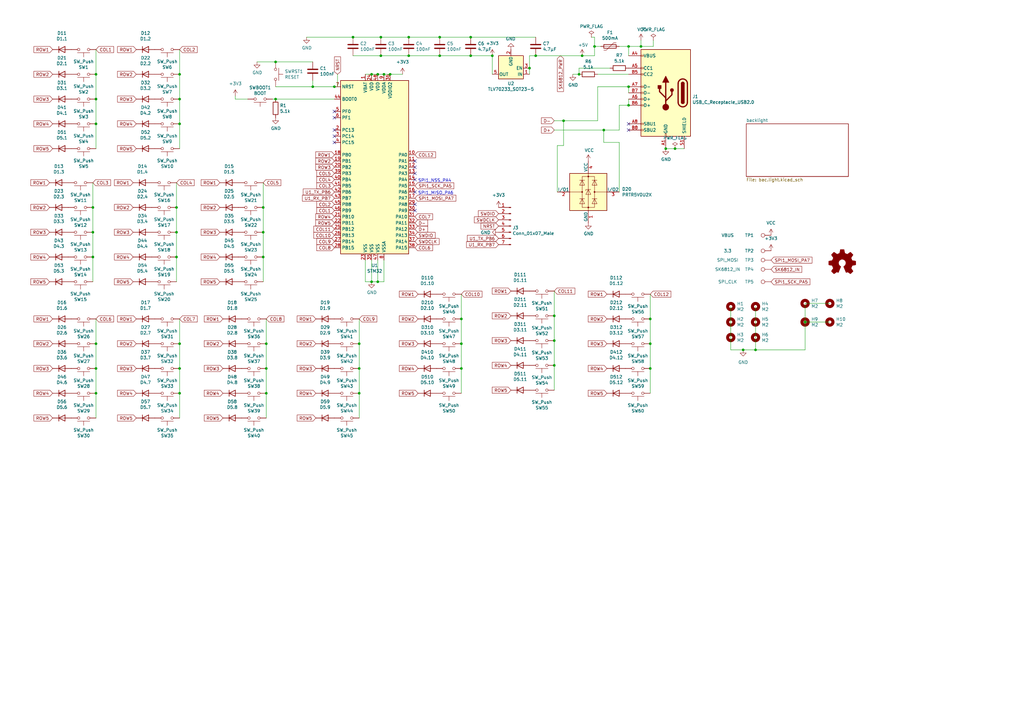
<source format=kicad_sch>
(kicad_sch (version 20211123) (generator eeschema)
  (paper "A3")
  (junction (at 152.4 30.48))
  (junction (at 167.64 15.24))
  (junction (at 167.64 22.86))
  (junction (at 109.22 140.97))
  (junction (at 257.81 35.56))
  (junction (at 201.93 22.86))
  (junction (at 147.32 140.97))
  (junction (at 193.04 22.86))
  (junction (at 266.7 130.81))
  (junction (at 38.1 105.41))
  (junction (at 231.14 49.53))
  (junction (at 107.95 85.09))
  (junction (at 180.34 15.24))
  (junction (at 243.84 19.05))
  (junction (at 73.66 140.97))
  (junction (at 73.66 40.64))
  (junction (at 39.37 140.97))
  (junction (at 39.37 30.48))
  (junction (at 309.88 143.51))
  (junction (at 157.48 30.48))
  (junction (at 113.03 40.64))
  (junction (at 257.81 43.18))
  (junction (at 72.39 85.09))
  (junction (at 107.95 95.25))
  (junction (at 38.1 95.25))
  (junction (at 72.39 105.41))
  (junction (at 160.02 30.48))
  (junction (at 107.95 105.41))
  (junction (at 38.1 85.09))
  (junction (at 39.37 50.8))
  (junction (at 39.37 40.64))
  (junction (at 247.65 53.34))
  (junction (at 237.49 30.48))
  (junction (at 189.23 140.97))
  (junction (at 189.23 130.81))
  (junction (at 262.89 19.05))
  (junction (at 72.39 95.25))
  (junction (at 147.32 151.13))
  (junction (at 227.33 129.54))
  (junction (at 276.86 60.96))
  (junction (at 304.8 143.51))
  (junction (at 189.23 151.13))
  (junction (at 238.76 22.86))
  (junction (at 193.04 15.24))
  (junction (at 128.27 35.56))
  (junction (at 217.17 27.94))
  (junction (at 147.32 161.29))
  (junction (at 156.21 15.24))
  (junction (at 144.78 15.24))
  (junction (at 109.22 151.13))
  (junction (at 266.7 151.13))
  (junction (at 154.94 30.48))
  (junction (at 156.21 22.86))
  (junction (at 39.37 161.29))
  (junction (at 152.4 115.57))
  (junction (at 273.05 60.96))
  (junction (at 266.7 140.97))
  (junction (at 154.94 115.57))
  (junction (at 73.66 161.29))
  (junction (at 227.33 149.86))
  (junction (at 227.33 139.7))
  (junction (at 73.66 30.48))
  (junction (at 113.03 25.4))
  (junction (at 109.22 161.29))
  (junction (at 39.37 151.13))
  (junction (at 330.2 132.08))
  (junction (at 180.34 22.86))
  (junction (at 137.16 35.56))
  (junction (at 73.66 50.8))
  (junction (at 73.66 151.13))
  (junction (at 219.71 22.86))
  (junction (at 257.81 19.05))
  (no_connect (at 257.81 50.8))
  (no_connect (at 137.16 48.26))
  (no_connect (at 170.18 83.82))
  (no_connect (at 170.18 86.36))
  (no_connect (at 170.18 66.04))
  (no_connect (at 170.18 78.74))
  (no_connect (at 170.18 71.12))
  (no_connect (at 170.18 68.58))
  (no_connect (at 137.16 45.72))
  (no_connect (at 137.16 58.42))
  (no_connect (at 137.16 55.88))
  (no_connect (at 170.18 73.66))
  (no_connect (at 257.81 53.34))
  (no_connect (at 137.16 53.34))
  (wire (pts (xy 299.72 125.73) (xy 299.72 143.51)))
  (wire (pts (xy 38.1 105.41) (xy 38.1 115.57)))
  (wire (pts (xy 38.1 95.25) (xy 38.1 105.41)))
  (wire (pts (xy 247.65 53.34) (xy 227.33 53.34)))
  (wire (pts (xy 107.95 95.25) (xy 107.95 105.41)))
  (wire (pts (xy 189.23 151.13) (xy 189.23 161.29)))
  (wire (pts (xy 149.86 30.48) (xy 152.4 30.48)))
  (wire (pts (xy 193.04 15.24) (xy 219.71 15.24)))
  (wire (pts (xy 96.52 40.64) (xy 96.52 39.37)))
  (wire (pts (xy 167.64 15.24) (xy 180.34 15.24)))
  (wire (pts (xy 189.23 130.81) (xy 189.23 140.97)))
  (wire (pts (xy 149.86 106.68) (xy 149.86 115.57)))
  (wire (pts (xy 257.81 19.05) (xy 262.89 19.05)))
  (wire (pts (xy 113.03 40.64) (xy 137.16 40.64)))
  (wire (pts (xy 144.78 15.24) (xy 156.21 15.24)))
  (wire (pts (xy 276.86 60.96) (xy 273.05 60.96)))
  (wire (pts (xy 73.66 30.48) (xy 73.66 40.64)))
  (wire (pts (xy 189.23 140.97) (xy 189.23 151.13)))
  (wire (pts (xy 39.37 30.48) (xy 39.37 40.64)))
  (wire (pts (xy 73.66 151.13) (xy 73.66 161.29)))
  (wire (pts (xy 39.37 140.97) (xy 39.37 151.13)))
  (wire (pts (xy 156.21 22.86) (xy 167.64 22.86)))
  (wire (pts (xy 73.66 20.32) (xy 73.66 30.48)))
  (wire (pts (xy 107.95 105.41) (xy 107.95 115.57)))
  (wire (pts (xy 39.37 151.13) (xy 39.37 161.29)))
  (wire (pts (xy 243.84 19.05) (xy 243.84 22.86)))
  (wire (pts (xy 227.33 149.86) (xy 227.33 160.02)))
  (wire (pts (xy 201.93 30.48) (xy 201.93 22.86)))
  (wire (pts (xy 125.73 15.24) (xy 144.78 15.24)))
  (wire (pts (xy 152.4 30.48) (xy 154.94 30.48)))
  (wire (pts (xy 243.84 15.24) (xy 242.57 15.24)))
  (wire (pts (xy 154.94 106.68) (xy 154.94 115.57)))
  (wire (pts (xy 245.11 35.56) (xy 245.11 49.53)))
  (wire (pts (xy 137.16 35.56) (xy 128.27 35.56)))
  (wire (pts (xy 228.6 78.74) (xy 228.6 59.69)))
  (wire (pts (xy 266.7 140.97) (xy 266.7 151.13)))
  (wire (pts (xy 262.89 19.05) (xy 267.97 19.05)))
  (wire (pts (xy 189.23 120.65) (xy 189.23 130.81)))
  (wire (pts (xy 228.6 59.69) (xy 231.14 59.69)))
  (wire (pts (xy 217.17 22.86) (xy 217.17 27.94)))
  (wire (pts (xy 39.37 40.64) (xy 39.37 50.8)))
  (wire (pts (xy 227.33 139.7) (xy 227.33 149.86)))
  (wire (pts (xy 254 19.05) (xy 257.81 19.05)))
  (wire (pts (xy 247.65 58.42) (xy 247.65 53.34)))
  (wire (pts (xy 237.49 27.94) (xy 237.49 30.48)))
  (wire (pts (xy 38.1 85.09) (xy 38.1 95.25)))
  (wire (pts (xy 330.2 132.08) (xy 330.2 143.51)))
  (wire (pts (xy 39.37 130.81) (xy 39.37 140.97)))
  (wire (pts (xy 243.84 19.05) (xy 243.84 15.24)))
  (wire (pts (xy 147.32 130.81) (xy 147.32 140.97)))
  (wire (pts (xy 154.94 115.57) (xy 152.4 115.57)))
  (wire (pts (xy 245.11 30.48) (xy 257.81 30.48)))
  (wire (pts (xy 180.34 22.86) (xy 193.04 22.86)))
  (wire (pts (xy 280.67 60.96) (xy 276.86 60.96)))
  (wire (pts (xy 257.81 43.18) (xy 254 43.18)))
  (wire (pts (xy 340.36 124.46) (xy 330.2 124.46)))
  (wire (pts (xy 73.66 40.64) (xy 73.66 50.8)))
  (wire (pts (xy 101.6 40.64) (xy 96.52 40.64)))
  (wire (pts (xy 113.03 35.56) (xy 128.27 35.56)))
  (wire (pts (xy 109.22 161.29) (xy 109.22 171.45)))
  (wire (pts (xy 72.39 105.41) (xy 72.39 115.57)))
  (wire (pts (xy 111.76 40.64) (xy 113.03 40.64)))
  (wire (pts (xy 309.88 143.51) (xy 330.2 143.51)))
  (wire (pts (xy 219.71 22.86) (xy 217.17 22.86)))
  (wire (pts (xy 254 53.34) (xy 247.65 53.34)))
  (wire (pts (xy 219.71 22.86) (xy 238.76 22.86)))
  (wire (pts (xy 257.81 22.86) (xy 257.81 19.05)))
  (wire (pts (xy 157.48 30.48) (xy 160.02 30.48)))
  (wire (pts (xy 39.37 20.32) (xy 39.37 30.48)))
  (wire (pts (xy 39.37 161.29) (xy 39.37 171.45)))
  (wire (pts (xy 227.33 119.38) (xy 227.33 129.54)))
  (wire (pts (xy 167.64 22.86) (xy 180.34 22.86)))
  (wire (pts (xy 245.11 49.53) (xy 231.14 49.53)))
  (wire (pts (xy 147.32 161.29) (xy 147.32 171.45)))
  (wire (pts (xy 73.66 140.97) (xy 73.66 151.13)))
  (wire (pts (xy 193.04 22.86) (xy 201.93 22.86)))
  (wire (pts (xy 160.02 30.48) (xy 165.1 30.48)))
  (wire (pts (xy 113.03 25.4) (xy 105.41 25.4)))
  (wire (pts (xy 147.32 151.13) (xy 147.32 161.29)))
  (wire (pts (xy 144.78 22.86) (xy 156.21 22.86)))
  (wire (pts (xy 107.95 74.93) (xy 107.95 85.09)))
  (wire (pts (xy 147.32 140.97) (xy 147.32 151.13)))
  (wire (pts (xy 299.72 143.51) (xy 304.8 143.51)))
  (wire (pts (xy 113.03 25.4) (xy 128.27 25.4)))
  (wire (pts (xy 257.81 40.64) (xy 257.81 43.18)))
  (wire (pts (xy 109.22 140.97) (xy 109.22 151.13)))
  (wire (pts (xy 109.22 130.81) (xy 109.22 140.97)))
  (wire (pts (xy 72.39 85.09) (xy 72.39 95.25)))
  (wire (pts (xy 262.89 19.05) (xy 262.89 16.51)))
  (wire (pts (xy 128.27 35.56) (xy 128.27 33.02)))
  (wire (pts (xy 138.43 30.48) (xy 138.43 35.56)))
  (wire (pts (xy 73.66 130.81) (xy 73.66 140.97)))
  (wire (pts (xy 157.48 106.68) (xy 157.48 115.57)))
  (wire (pts (xy 266.7 151.13) (xy 266.7 161.29)))
  (wire (pts (xy 266.7 120.65) (xy 266.7 130.81)))
  (wire (pts (xy 238.76 22.86) (xy 243.84 22.86)))
  (wire (pts (xy 309.88 125.73) (xy 309.88 143.51)))
  (wire (pts (xy 138.43 35.56) (xy 137.16 35.56)))
  (wire (pts (xy 330.2 124.46) (xy 330.2 132.08)))
  (wire (pts (xy 152.4 106.68) (xy 152.4 115.57)))
  (wire (pts (xy 227.33 129.54) (xy 227.33 139.7)))
  (wire (pts (xy 39.37 50.8) (xy 39.37 60.96)))
  (wire (pts (xy 180.34 15.24) (xy 193.04 15.24)))
  (wire (pts (xy 73.66 50.8) (xy 73.66 60.96)))
  (wire (pts (xy 149.86 115.57) (xy 152.4 115.57)))
  (wire (pts (xy 234.95 30.48) (xy 237.49 30.48)))
  (wire (pts (xy 257.81 35.56) (xy 257.81 38.1)))
  (wire (pts (xy 266.7 130.81) (xy 266.7 140.97)))
  (wire (pts (xy 231.14 49.53) (xy 227.33 49.53)))
  (wire (pts (xy 107.95 85.09) (xy 107.95 95.25)))
  (wire (pts (xy 267.97 19.05) (xy 267.97 16.51)))
  (wire (pts (xy 72.39 95.25) (xy 72.39 105.41)))
  (wire (pts (xy 231.14 59.69) (xy 231.14 49.53)))
  (wire (pts (xy 245.11 35.56) (xy 257.81 35.56)))
  (wire (pts (xy 109.22 151.13) (xy 109.22 161.29)))
  (wire (pts (xy 340.36 132.08) (xy 330.2 132.08)))
  (wire (pts (xy 254 43.18) (xy 254 53.34)))
  (wire (pts (xy 254 78.74) (xy 254 58.42)))
  (wire (pts (xy 254 58.42) (xy 247.65 58.42)))
  (wire (pts (xy 250.19 27.94) (xy 237.49 27.94)))
  (wire (pts (xy 304.8 143.51) (xy 309.88 143.51)))
  (wire (pts (xy 38.1 74.93) (xy 38.1 85.09)))
  (wire (pts (xy 246.38 19.05) (xy 243.84 19.05)))
  (wire (pts (xy 157.48 115.57) (xy 154.94 115.57)))
  (wire (pts (xy 154.94 30.48) (xy 157.48 30.48)))
  (wire (pts (xy 73.66 161.29) (xy 73.66 171.45)))
  (wire (pts (xy 156.21 15.24) (xy 167.64 15.24)))
  (wire (pts (xy 72.39 74.93) (xy 72.39 85.09)))
  (wire (pts (xy 217.17 27.94) (xy 217.17 30.48)))
  (text "SPI1_NSS_PA4" (at 171.45 74.93 0) (effects (font (size 1.27 1.27)) (justify left bottom)))
  (text "SPI1_MISO_PA6" (at 171.45 80.01 0) (effects (font (size 1.27 1.27)) (justify left bottom)))
  (global_label "ROW2" (shape input) (at 54.61 85.09 180) (property "Intersheet References" "${INTERSHEET_REFS}" (effects hide)))
  (global_label "ROW5" (shape input) (at 209.55 160.02 180) (property "Intersheet References" "${INTERSHEET_REFS}" (effects hide)))
  (global_label "ROW1" (shape input) (at 137.16 63.5 180) (property "Intersheet References" "${INTERSHEET_REFS}" (effects hide)))
  (global_label "ROW3" (shape input) (at 209.55 139.7 180) (property "Intersheet References" "${INTERSHEET_REFS}" (effects hide)))
  (global_label "COL7" (shape input) (at 170.18 88.9 0) (property "Intersheet References" "${INTERSHEET_REFS}" (effects hide)))
  (global_label "ROW3" (shape input) (at 91.44 151.13 180) (property "Intersheet References" "${INTERSHEET_REFS}" (effects hide)))
  (global_label "ROW2" (shape input) (at 21.59 140.97 180) (property "Intersheet References" "${INTERSHEET_REFS}" (effects hide)))
  (global_label "ROW5" (shape input) (at 21.59 171.45 180) (property "Intersheet References" "${INTERSHEET_REFS}" (effects hide)))
  (global_label "ROW1" (shape input) (at 20.32 74.93 180) (property "Intersheet References" "${INTERSHEET_REFS}" (effects hide)))
  (global_label "COL1" (shape input) (at 137.16 86.36 180) (property "Intersheet References" "${INTERSHEET_REFS}" (effects hide)))
  (global_label "ROW3" (shape input) (at 55.88 151.13 180) (property "Intersheet References" "${INTERSHEET_REFS}" (effects hide)))
  (global_label "COL3" (shape input) (at 137.16 76.2 180) (property "Intersheet References" "${INTERSHEET_REFS}" (effects hide)))
  (global_label "ROW5" (shape input) (at 171.45 161.29 180) (property "Intersheet References" "${INTERSHEET_REFS}" (effects hide)))
  (global_label "COL11" (shape input) (at 137.16 93.98 180) (property "Intersheet References" "${INTERSHEET_REFS}" (effects hide)))
  (global_label "ROW1" (shape input) (at 209.55 119.38 180) (property "Intersheet References" "${INTERSHEET_REFS}" (effects hide)))
  (global_label "SPI1_MOSI_PA7" (shape input) (at 316.23 106.68 0) (property "Intersheet References" "${INTERSHEET_REFS}" (effects hide)))
  (global_label "COL11" (shape input) (at 227.33 119.38 0) (property "Intersheet References" "${INTERSHEET_REFS}" (effects hide)))
  (global_label "ROW3" (shape input) (at 54.61 95.25 180) (property "Intersheet References" "${INTERSHEET_REFS}" (effects hide)))
  (global_label "ROW4" (shape input) (at 129.54 161.29 180) (property "Intersheet References" "${INTERSHEET_REFS}" (effects hide)))
  (global_label "ROW5" (shape input) (at 55.88 171.45 180) (property "Intersheet References" "${INTERSHEET_REFS}" (effects hide)))
  (global_label "COL12" (shape input) (at 170.18 63.5 0) (property "Intersheet References" "${INTERSHEET_REFS}" (effects hide)))
  (global_label "COL5" (shape input) (at 107.95 74.93 0) (property "Intersheet References" "${INTERSHEET_REFS}" (effects hide)))
  (global_label "ROW1" (shape input) (at 129.54 130.81 180) (property "Intersheet References" "${INTERSHEET_REFS}" (effects hide)))
  (global_label "COL8" (shape input) (at 109.22 130.81 0) (property "Intersheet References" "${INTERSHEET_REFS}" (effects hide)))
  (global_label "ROW3" (shape input) (at 137.16 68.58 180) (property "Intersheet References" "${INTERSHEET_REFS}" (effects hide)))
  (global_label "SPI1_SCK_PA5" (shape input) (at 170.18 76.2 0) (property "Intersheet References" "${INTERSHEET_REFS}" (effects hide)))
  (global_label "ROW4" (shape input) (at 21.59 161.29 180) (property "Intersheet References" "${INTERSHEET_REFS}" (effects hide)))
  (global_label "SPI1_MOSI_PA7" (shape input) (at 170.18 81.28 0) (property "Intersheet References" "${INTERSHEET_REFS}" (effects hide)))
  (global_label "ROW1" (shape input) (at 171.45 120.65 180) (property "Intersheet References" "${INTERSHEET_REFS}" (effects hide)))
  (global_label "ROW5" (shape input) (at 55.88 60.96 180) (property "Intersheet References" "${INTERSHEET_REFS}" (effects hide)))
  (global_label "ROW3" (shape input) (at 21.59 40.64 180) (property "Intersheet References" "${INTERSHEET_REFS}" (effects hide)))
  (global_label "ROW2" (shape input) (at 129.54 140.97 180) (property "Intersheet References" "${INTERSHEET_REFS}" (effects hide)))
  (global_label "ROW4" (shape input) (at 55.88 161.29 180) (property "Intersheet References" "${INTERSHEET_REFS}" (effects hide)))
  (global_label "ROW4" (shape input) (at 90.17 105.41 180) (property "Intersheet References" "${INTERSHEET_REFS}" (effects hide)))
  (global_label "U1_TX_PB6" (shape input) (at 204.47 97.79 180) (property "Intersheet References" "${INTERSHEET_REFS}" (effects hide)))
  (global_label "ROW3" (shape input) (at 20.32 95.25 180) (property "Intersheet References" "${INTERSHEET_REFS}" (effects hide)))
  (global_label "ROW5" (shape input) (at 129.54 171.45 180) (property "Intersheet References" "${INTERSHEET_REFS}" (effects hide)))
  (global_label "D+" (shape input) (at 170.18 93.98 0) (property "Intersheet References" "${INTERSHEET_REFS}" (effects hide)))
  (global_label "COL2" (shape input) (at 137.16 83.82 180) (property "Intersheet References" "${INTERSHEET_REFS}" (effects hide)))
  (global_label "D+" (shape input) (at 227.33 53.34 180) (property "Intersheet References" "${INTERSHEET_REFS}" (effects hide)))
  (global_label "ROW1" (shape input) (at 21.59 130.81 180) (property "Intersheet References" "${INTERSHEET_REFS}" (effects hide)))
  (global_label "COL10" (shape input) (at 189.23 120.65 0) (property "Intersheet References" "${INTERSHEET_REFS}" (effects hide)))
  (global_label "U1_TX_PB6" (shape input) (at 137.16 78.74 180) (property "Intersheet References" "${INTERSHEET_REFS}" (effects hide)))
  (global_label "ROW5" (shape input) (at 90.17 115.57 180) (property "Intersheet References" "${INTERSHEET_REFS}" (effects hide)))
  (global_label "ROW3" (shape input) (at 129.54 151.13 180) (property "Intersheet References" "${INTERSHEET_REFS}" (effects hide)))
  (global_label "COL9" (shape input) (at 147.32 130.81 0) (property "Intersheet References" "${INTERSHEET_REFS}" (effects hide)))
  (global_label "ROW4" (shape input) (at 171.45 151.13 180) (property "Intersheet References" "${INTERSHEET_REFS}" (effects hide)))
  (global_label "COL6" (shape input) (at 170.18 101.6 0) (property "Intersheet References" "${INTERSHEET_REFS}" (effects hide)))
  (global_label "ROW5" (shape input) (at 20.32 115.57 180) (property "Intersheet References" "${INTERSHEET_REFS}" (effects hide)))
  (global_label "ROW5" (shape input) (at 91.44 171.45 180) (property "Intersheet References" "${INTERSHEET_REFS}" (effects hide)))
  (global_label "ROW2" (shape input) (at 91.44 140.97 180) (property "Intersheet References" "${INTERSHEET_REFS}" (effects hide)))
  (global_label "ROW4" (shape input) (at 20.32 105.41 180) (property "Intersheet References" "${INTERSHEET_REFS}" (effects hide)))
  (global_label "COL5" (shape input) (at 137.16 71.12 180) (property "Intersheet References" "${INTERSHEET_REFS}" (effects hide)))
  (global_label "D-" (shape input) (at 227.33 49.53 180) (property "Intersheet References" "${INTERSHEET_REFS}" (effects hide)))
  (global_label "D-" (shape input) (at 170.18 91.44 0) (property "Intersheet References" "${INTERSHEET_REFS}" (effects hide)))
  (global_label "ROW2" (shape input) (at 248.92 130.81 180) (property "Intersheet References" "${INTERSHEET_REFS}" (effects hide)))
  (global_label "ROW5" (shape input) (at 248.92 161.29 180) (property "Intersheet References" "${INTERSHEET_REFS}" (effects hide)))
  (global_label "ROW2" (shape input) (at 21.59 30.48 180) (property "Intersheet References" "${INTERSHEET_REFS}" (effects hide)))
  (global_label "ROW2" (shape input) (at 209.55 129.54 180) (property "Intersheet References" "${INTERSHEET_REFS}" (effects hide)))
  (global_label "COL9" (shape input) (at 137.16 99.06 180) (property "Intersheet References" "${INTERSHEET_REFS}" (effects hide)))
  (global_label "ROW4" (shape input) (at 54.61 105.41 180) (property "Intersheet References" "${INTERSHEET_REFS}" (effects hide)))
  (global_label "SWDCLK" (shape input) (at 170.18 99.06 0) (property "Intersheet References" "${INTERSHEET_REFS}" (effects hide)))
  (global_label "NRST" (shape input) (at 138.43 30.48 90) (property "Intersheet References" "${INTERSHEET_REFS}" (effects hide)))
  (global_label "SPI1_SCK_PA5" (shape input) (at 316.23 115.57 0) (property "Intersheet References" "${INTERSHEET_REFS}" (effects hide)))
  (global_label "ROW3" (shape input) (at 55.88 40.64 180) (property "Intersheet References" "${INTERSHEET_REFS}" (effects hide)))
  (global_label "COL6" (shape input) (at 39.37 130.81 0) (property "Intersheet References" "${INTERSHEET_REFS}" (effects hide)))
  (global_label "ROW1" (shape input) (at 90.17 74.93 180) (property "Intersheet References" "${INTERSHEET_REFS}" (effects hide)))
  (global_label "ROW1" (shape input) (at 91.44 130.81 180) (property "Intersheet References" "${INTERSHEET_REFS}" (effects hide)))
  (global_label "ROW3" (shape input) (at 171.45 140.97 180) (property "Intersheet References" "${INTERSHEET_REFS}" (effects hide)))
  (global_label "ROW4" (shape input) (at 248.92 151.13 180) (property "Intersheet References" "${INTERSHEET_REFS}" (effects hide)))
  (global_label "ROW1" (shape input) (at 55.88 130.81 180) (property "Intersheet References" "${INTERSHEET_REFS}" (effects hide)))
  (global_label "ROW2" (shape input) (at 171.45 130.81 180) (property "Intersheet References" "${INTERSHEET_REFS}" (effects hide)))
  (global_label "SWDCLK" (shape input) (at 204.47 90.17 180) (property "Intersheet References" "${INTERSHEET_REFS}" (effects hide)))
  (global_label "U1_RX_PB7" (shape input) (at 204.47 100.33 180) (property "Intersheet References" "${INTERSHEET_REFS}" (effects hide)))
  (global_label "ROW2" (shape input) (at 55.88 140.97 180) (property "Intersheet References" "${INTERSHEET_REFS}" (effects hide)))
  (global_label "ROW2" (shape input) (at 20.32 85.09 180) (property "Intersheet References" "${INTERSHEET_REFS}" (effects hide)))
  (global_label "COL2" (shape input) (at 73.66 20.32 0) (property "Intersheet References" "${INTERSHEET_REFS}" (effects hide)))
  (global_label "NRST" (shape input) (at 204.47 92.71 180) (property "Intersheet References" "${INTERSHEET_REFS}" (effects hide)))
  (global_label "SWDIO" (shape input) (at 170.18 96.52 0) (property "Intersheet References" "${INTERSHEET_REFS}" (effects hide)))
  (global_label "SWDIO" (shape input) (at 204.47 87.63 180) (property "Intersheet References" "${INTERSHEET_REFS}" (effects hide)))
  (global_label "ROW1" (shape input) (at 54.61 74.93 180) (property "Intersheet References" "${INTERSHEET_REFS}" (effects hide)))
  (global_label "ROW5" (shape input) (at 137.16 91.44 180) (property "Intersheet References" "${INTERSHEET_REFS}" (effects hide)))
  (global_label "ROW5" (shape input) (at 21.59 60.96 180) (property "Intersheet References" "${INTERSHEET_REFS}" (effects hide)))
  (global_label "ROW2" (shape input) (at 90.17 85.09 180) (property "Intersheet References" "${INTERSHEET_REFS}" (effects hide)))
  (global_label "ROW3" (shape input) (at 248.92 140.97 180) (property "Intersheet References" "${INTERSHEET_REFS}" (effects hide)))
  (global_label "ROW1" (shape input) (at 21.59 20.32 180) (property "Intersheet References" "${INTERSHEET_REFS}" (effects hide)))
  (global_label "SK6812_IN" (shape input) (at 316.23 110.49 0) (property "Intersheet References" "${INTERSHEET_REFS}" (effects hide)))
  (global_label "ROW4" (shape input) (at 91.44 161.29 180) (property "Intersheet References" "${INTERSHEET_REFS}" (effects hide)))
  (global_label "COL4" (shape input) (at 72.39 74.93 0) (property "Intersheet References" "${INTERSHEET_REFS}" (effects hide)))
  (global_label "U1_RX_PB7" (shape input) (at 137.16 81.28 180) (property "Intersheet References" "${INTERSHEET_REFS}" (effects hide)))
  (global_label "ROW3" (shape input) (at 90.17 95.25 180) (property "Intersheet References" "${INTERSHEET_REFS}" (effects hide)))
  (global_label "COL7" (shape input) (at 73.66 130.81 0) (property "Intersheet References" "${INTERSHEET_REFS}" (effects hide)))
  (global_label "ROW4" (shape input) (at 21.59 50.8 180) (property "Intersheet References" "${INTERSHEET_REFS}" (effects hide)))
  (global_label "COL1" (shape input) (at 39.37 20.32 0) (property "Intersheet References" "${INTERSHEET_REFS}" (effects hide)))
  (global_label "COL8" (shape input) (at 137.16 101.6 180) (property "Intersheet References" "${INTERSHEET_REFS}" (effects hide)))
  (global_label "SK6812_PWR" (shape input) (at 229.87 22.86 270) (property "Intersheet References" "${INTERSHEET_REFS}" (effects hide)))
  (global_label "ROW4" (shape input) (at 209.55 149.86 180) (property "Intersheet References" "${INTERSHEET_REFS}" (effects hide)))
  (global_label "ROW1" (shape input) (at 55.88 20.32 180) (property "Intersheet References" "${INTERSHEET_REFS}" (effects hide)))
  (global_label "COL3" (shape input) (at 38.1 74.93 0) (property "Intersheet References" "${INTERSHEET_REFS}" (effects hide)))
  (global_label "COL4" (shape input) (at 137.16 73.66 180) (property "Intersheet References" "${INTERSHEET_REFS}" (effects hide)))
  (global_label "ROW1" (shape input) (at 248.92 120.65 180) (property "Intersheet References" "${INTERSHEET_REFS}" (effects hide)))
  (global_label "ROW4" (shape input) (at 55.88 50.8 180) (property "Intersheet References" "${INTERSHEET_REFS}" (effects hide)))
  (global_label "COL10" (shape input) (at 137.16 96.52 180) (property "Intersheet References" "${INTERSHEET_REFS}" (effects hide)))
  (global_label "ROW3" (shape input) (at 21.59 151.13 180) (property "Intersheet References" "${INTERSHEET_REFS}" (effects hide)))
  (global_label "COL12" (shape input) (at 266.7 120.65 0) (property "Intersheet References" "${INTERSHEET_REFS}" (effects hide)))
  (global_label "ROW2" (shape input) (at 55.88 30.48 180) (property "Intersheet References" "${INTERSHEET_REFS}" (effects hide)))
  (global_label "ROW2" (shape input) (at 137.16 66.04 180) (property "Intersheet References" "${INTERSHEET_REFS}" (effects hide)))
  (global_label "ROW5" (shape input) (at 54.61 115.57 180) (property "Intersheet References" "${INTERSHEET_REFS}" (effects hide)))
  (global_label "ROW4" (shape input) (at 137.16 88.9 180) (property "Intersheet References" "${INTERSHEET_REFS}" (effects hide)))
  (symbol (lib_id "MCU_ST_STM32F0:STM32F072C8Tx") (at 154.94 68.58 0) (unit 1)
    (property "Reference" "U1" (at 153.67 108.8644 0))
    (property "Value" "STM32" (at 153.67 111.1758 0))
    (property "Footprint" "Package_QFP:LQFP-48_7x7mm_P0.5mm" (effects hide))
    (property "Datasheet" "http://www.st.com/st-web-ui/static/active/en/resource/technical/document/datasheet/DM00090510.pdf" (effects hide))
  )
  (symbol (lib_id "Device:C") (at 144.78 19.05 0) (unit 1)
    (property "Reference" "C2" (at 147.701 17.8816 0) (effects (justify left)))
    (property "Value" "100nF" (at 147.701 20.193 0) (effects (justify left)))
    (property "Footprint" "Capacitor_SMD:C_0805_2012Metric_Pad1.15x1.40mm_HandSolder" (effects hide))
  )
  (symbol (lib_id "Device:C") (at 156.21 19.05 0) (unit 1)
    (property "Reference" "C3" (at 159.131 17.8816 0) (effects (justify left)))
    (property "Value" "100nF" (at 159.131 20.193 0) (effects (justify left)))
    (property "Footprint" "Capacitor_SMD:C_0805_2012Metric_Pad1.15x1.40mm_HandSolder" (effects hide))
  )
  (symbol (lib_id "Device:C") (at 167.64 19.05 0) (unit 1)
    (property "Reference" "C4" (at 170.561 17.8816 0) (effects (justify left)))
    (property "Value" "100nF" (at 170.561 20.193 0) (effects (justify left)))
    (property "Footprint" "Capacitor_SMD:C_0805_2012Metric_Pad1.15x1.40mm_HandSolder" (effects hide))
  )
  (symbol (lib_id "Device:C") (at 180.34 19.05 0) (unit 1)
    (property "Reference" "C5" (at 183.261 17.8816 0) (effects (justify left)))
    (property "Value" "100nF" (at 183.261 20.193 0) (effects (justify left)))
    (property "Footprint" "Capacitor_SMD:C_0805_2012Metric_Pad1.15x1.40mm_HandSolder" (effects hide))
  )
  (symbol (lib_id "Device:C") (at 219.71 19.05 0) (unit 1)
    (property "Reference" "C7" (at 222.631 17.8816 0) (effects (justify left)))
    (property "Value" "4.7µF" (at 222.631 20.193 0) (effects (justify left)))
    (property "Footprint" "Capacitor_SMD:C_0805_2012Metric_Pad1.15x1.40mm_HandSolder" (effects hide))
  )
  (symbol (lib_id "power:GND") (at 152.4 115.57 0) (unit 1)
    (property "Reference" "#PWR0101" (effects hide))
    (property "Value" "GND" (at 152.527 119.9642 0))
  )
  (symbol (lib_id "power:GND") (at 125.73 15.24 0) (unit 1)
    (property "Reference" "#PWR0102" (effects hide))
    (property "Value" "GND" (at 125.857 19.6342 0))
  )
  (symbol (lib_id "Device:C") (at 128.27 29.21 0) (unit 1)
    (property "Reference" "C1" (at 131.191 28.0416 0) (effects (justify left)))
    (property "Value" "100nF" (at 131.191 30.353 0) (effects (justify left)))
    (property "Footprint" "Capacitor_SMD:C_0805_2012Metric_Pad1.15x1.40mm_HandSolder" (effects hide))
  )
  (symbol (lib_id "Switch:SW_Push") (at 113.03 30.48 270) (unit 1)
    (property "Reference" "SWRST1" (at 116.7892 29.3116 90) (effects (justify left)))
    (property "Value" "RESET" (at 116.7892 31.623 90) (effects (justify left)))
    (property "Footprint" "Button_Switch_SMD:SW_SPST_CK_RS282G05A3" (effects hide))
  )
  (symbol (lib_id "power:GND") (at 105.41 25.4 0) (unit 1)
    (property "Reference" "#PWR0103" (effects hide))
    (property "Value" "GND" (at 105.537 29.7942 0))
  )
  (symbol (lib_id "Switch:SW_Push") (at 106.68 40.64 180) (unit 1)
    (property "Reference" "SWBOOT1" (at 106.68 35.941 0))
    (property "Value" "BOOT" (at 106.68 38.2524 0))
    (property "Footprint" "Button_Switch_SMD:SW_SPST_CK_RS282G05A3" (effects hide))
  )
  (symbol (lib_id "Device:R") (at 113.03 44.45 0) (unit 1)
    (property "Reference" "R1" (at 114.808 43.2816 0) (effects (justify left)))
    (property "Value" "5.1k" (at 114.808 45.593 0) (effects (justify left)))
    (property "Footprint" "Resistor_SMD:R_0805_2012Metric_Pad1.15x1.40mm_HandSolder" (effects hide))
  )
  (symbol (lib_id "power:GND") (at 113.03 48.26 0) (unit 1)
    (property "Reference" "#PWR0104" (effects hide))
    (property "Value" "GND" (at 113.157 52.6542 0))
  )
  (symbol (lib_id "power:GND") (at 273.05 60.96 0) (unit 1)
    (property "Reference" "#PWR0105" (effects hide))
    (property "Value" "GND" (at 273.177 65.3542 0))
  )
  (symbol (lib_id "Device:R") (at 254 27.94 270) (unit 1)
    (property "Reference" "R7" (at 254 22.6822 90))
    (property "Value" "5.1k" (at 254 24.9936 90))
    (property "Footprint" "Resistor_SMD:R_0805_2012Metric_Pad1.15x1.40mm_HandSolder" (effects hide))
  )
  (symbol (lib_id "Device:R") (at 241.3 30.48 270) (mirror x) (unit 1)
    (property "Reference" "R6" (at 241.3 25.2222 90))
    (property "Value" "5.1k" (at 241.3 27.5336 90))
    (property "Footprint" "Resistor_SMD:R_0805_2012Metric_Pad1.15x1.40mm_HandSolder" (effects hide))
  )
  (symbol (lib_id "power:GND") (at 234.95 30.48 0) (unit 1)
    (property "Reference" "#PWR0106" (effects hide))
    (property "Value" "GND" (at 235.077 34.8742 0))
  )
  (symbol (lib_id "Device:C") (at 193.04 19.05 0) (unit 1)
    (property "Reference" "C6" (at 195.961 17.8816 0) (effects (justify left)))
    (property "Value" "4.7µF" (at 195.961 20.193 0) (effects (justify left)))
    (property "Footprint" "Capacitor_SMD:C_0805_2012Metric_Pad1.15x1.40mm_HandSolder" (effects hide))
  )
  (symbol (lib_id "Connector:USB_C_Receptacle_USB2.0") (at 273.05 38.1 0) (mirror y) (unit 1)
    (property "Reference" "J1" (at 283.972 39.5986 0) (effects (justify right)))
    (property "Value" "USB_C_Receptacle_USB2.0" (at 283.972 41.91 0) (effects (justify right)))
    (property "Footprint" "kicad-usb:USB_C_Receptacle_HRO_TYPE-C-31-M-12" (effects hide))
    (property "Datasheet" "https://www.usb.org/sites/default/files/documents/usb_type-c.zip" (effects hide))
  )
  (symbol (lib_id "Connector:Conn_01x07_Male") (at 209.55 92.71 0) (mirror y) (unit 1)
    (property "Reference" "J3" (at 210.2358 93.3958 0) (effects (justify right)))
    (property "Value" "Conn_01x07_Male" (at 210.2358 95.7072 0) (effects (justify right)))
    (property "Footprint" "kicad-harwin:Harwin_M20-89007xx_1x07_P2.54mm_Horizontal" (effects hide))
  )
  (symbol (lib_id "power:GND") (at 204.47 95.25 270) (unit 1)
    (property "Reference" "#PWR0109" (effects hide))
    (property "Value" "GND" (at 201.2188 95.377 90) (effects (justify right)))
  )
  (symbol (lib_id "Switch:SW_Push") (at 34.29 20.32 180) (unit 1)
    (property "Reference" "SW1" (at 34.29 27.559 0))
    (property "Value" "SW_Push" (at 34.29 25.2476 0))
    (property "Footprint" "custom:CherryMX_Hotswap" (effects hide))
  )
  (symbol (lib_id "Diode:1N4148WS") (at 25.4 20.32 0) (unit 1)
    (property "Reference" "D11" (at 25.4 13.589 0))
    (property "Value" "D1.1" (at 25.4 15.9004 0))
    (property "Footprint" "Diode_SMD:D_SOD-323" (effects hide))
  )
  (symbol (lib_id "Switch:SW_Push") (at 34.29 30.48 180) (unit 1)
    (property "Reference" "SW2" (at 34.29 37.719 0))
    (property "Value" "SW_Push" (at 34.29 35.4076 0))
    (property "Footprint" "custom:CherryMX_Hotswap" (effects hide))
  )
  (symbol (lib_id "Diode:1N4148WS") (at 25.4 30.48 0) (unit 1)
    (property "Reference" "D21" (at 25.4 23.749 0))
    (property "Value" "D2.1" (at 25.4 26.0604 0))
    (property "Footprint" "Diode_SMD:D_SOD-323" (effects hide))
  )
  (symbol (lib_id "Switch:SW_Push") (at 34.29 50.8 180) (unit 1)
    (property "Reference" "SW4" (at 34.29 58.039 0))
    (property "Value" "SW_Push" (at 34.29 55.7276 0))
    (property "Footprint" "custom:CherryMX_Hotswap" (effects hide))
  )
  (symbol (lib_id "Diode:1N4148WS") (at 25.4 50.8 0) (unit 1)
    (property "Reference" "D41" (at 25.4 44.069 0))
    (property "Value" "D4.1" (at 25.4 46.3804 0))
    (property "Footprint" "Diode_SMD:D_SOD-323" (effects hide))
  )
  (symbol (lib_id "Switch:SW_Push") (at 34.29 40.64 180) (unit 1)
    (property "Reference" "SW3" (at 34.29 47.879 0))
    (property "Value" "SW_Push" (at 34.29 45.5676 0))
    (property "Footprint" "custom:CherryMX_Hotswap" (effects hide))
  )
  (symbol (lib_id "Diode:1N4148WS") (at 25.4 40.64 0) (unit 1)
    (property "Reference" "D31" (at 25.4 33.909 0))
    (property "Value" "D3.1" (at 25.4 36.2204 0))
    (property "Footprint" "Diode_SMD:D_SOD-323" (effects hide))
  )
  (symbol (lib_id "power:PWR_FLAG") (at 276.86 60.96 0) (unit 1)
    (property "Reference" "#FLG0102" (effects hide))
    (property "Value" "PWR_FLAG" (at 276.86 56.5658 0))
  )
  (symbol (lib_id "Device:Polyfuse") (at 250.19 19.05 270) (unit 1)
    (property "Reference" "F1" (at 250.19 13.335 90))
    (property "Value" "500mA" (at 250.19 15.6464 90))
    (property "Footprint" "Resistor_SMD:R_0805_2012Metric_Pad1.15x1.40mm_HandSolder" (effects hide))
  )
  (symbol (lib_id "power:+5V") (at 238.76 22.86 0) (unit 1)
    (property "Reference" "#PWR0108" (effects hide))
    (property "Value" "+5V" (at 239.141 18.4658 0))
  )
  (symbol (lib_id "power:PWR_FLAG") (at 242.57 15.24 0) (unit 1)
    (property "Reference" "#FLG0101" (effects hide))
    (property "Value" "PWR_FLAG" (at 242.57 10.8458 0))
  )
  (symbol (lib_id "Switch:SW_Push") (at 34.29 60.96 180) (unit 1)
    (property "Reference" "SW5" (at 34.29 68.199 0))
    (property "Value" "SW_Push" (at 34.29 65.8876 0))
    (property "Footprint" "custom:CherryMX_Hotswap" (effects hide))
  )
  (symbol (lib_id "Diode:1N4148WS") (at 25.4 60.96 0) (unit 1)
    (property "Reference" "D51" (at 25.4 54.229 0))
    (property "Value" "D5.1" (at 25.4 56.5404 0))
    (property "Footprint" "Diode_SMD:D_SOD-323" (effects hide))
  )
  (symbol (lib_id "Switch:SW_Push") (at 68.58 20.32 180) (unit 1)
    (property "Reference" "SW6" (at 68.58 27.559 0))
    (property "Value" "SW_Push" (at 68.58 25.2476 0))
    (property "Footprint" "custom:CherryMX_Hotswap" (effects hide))
  )
  (symbol (lib_id "Diode:1N4148WS") (at 59.69 20.32 0) (unit 1)
    (property "Reference" "D12" (at 59.69 13.589 0))
    (property "Value" "D1.2" (at 59.69 15.9004 0))
    (property "Footprint" "Diode_SMD:D_SOD-323" (effects hide))
  )
  (symbol (lib_id "Switch:SW_Push") (at 68.58 30.48 180) (unit 1)
    (property "Reference" "SW7" (at 68.58 37.719 0))
    (property "Value" "SW_Push" (at 68.58 35.4076 0))
    (property "Footprint" "custom:CherryMX_Hotswap" (effects hide))
  )
  (symbol (lib_id "Diode:1N4148WS") (at 59.69 30.48 0) (unit 1)
    (property "Reference" "D22" (at 59.69 23.749 0))
    (property "Value" "D2.2" (at 59.69 26.0604 0))
    (property "Footprint" "Diode_SMD:D_SOD-323" (effects hide))
  )
  (symbol (lib_id "Switch:SW_Push") (at 68.58 50.8 180) (unit 1)
    (property "Reference" "SW9" (at 68.58 58.039 0))
    (property "Value" "SW_Push" (at 68.58 55.7276 0))
    (property "Footprint" "custom:CherryMX_Hotswap" (effects hide))
  )
  (symbol (lib_id "Diode:1N4148WS") (at 59.69 50.8 0) (unit 1)
    (property "Reference" "D42" (at 59.69 44.069 0))
    (property "Value" "D4.2" (at 59.69 46.3804 0))
    (property "Footprint" "Diode_SMD:D_SOD-323" (effects hide))
  )
  (symbol (lib_id "Switch:SW_Push") (at 68.58 40.64 180) (unit 1)
    (property "Reference" "SW8" (at 68.58 47.879 0))
    (property "Value" "SW_Push" (at 68.58 45.5676 0))
    (property "Footprint" "custom:CherryMX_Hotswap" (effects hide))
  )
  (symbol (lib_id "Diode:1N4148WS") (at 59.69 40.64 0) (unit 1)
    (property "Reference" "D32" (at 59.69 33.909 0))
    (property "Value" "D3.2" (at 59.69 36.2204 0))
    (property "Footprint" "Diode_SMD:D_SOD-323" (effects hide))
  )
  (symbol (lib_id "Switch:SW_Push") (at 68.58 60.96 180) (unit 1)
    (property "Reference" "SW10" (at 68.58 68.199 0))
    (property "Value" "SW_Push" (at 68.58 65.8876 0))
    (property "Footprint" "custom:CherryMX_Hotswap" (effects hide))
  )
  (symbol (lib_id "Diode:1N4148WS") (at 59.69 60.96 0) (unit 1)
    (property "Reference" "D52" (at 59.69 54.229 0))
    (property "Value" "D5.2" (at 59.69 56.5404 0))
    (property "Footprint" "Diode_SMD:D_SOD-323" (effects hide))
  )
  (symbol (lib_id "Switch:SW_Push") (at 33.02 74.93 180) (unit 1)
    (property "Reference" "SW11" (at 33.02 82.169 0))
    (property "Value" "SW_Push" (at 33.02 79.8576 0))
    (property "Footprint" "custom:CherryMX_Hotswap" (effects hide))
  )
  (symbol (lib_id "Diode:1N4148WS") (at 24.13 74.93 0) (unit 1)
    (property "Reference" "D13" (at 24.13 68.199 0))
    (property "Value" "D1.3" (at 24.13 70.5104 0))
    (property "Footprint" "Diode_SMD:D_SOD-323" (effects hide))
  )
  (symbol (lib_id "Switch:SW_Push") (at 33.02 85.09 180) (unit 1)
    (property "Reference" "SW12" (at 33.02 92.329 0))
    (property "Value" "SW_Push" (at 33.02 90.0176 0))
    (property "Footprint" "custom:CherryMX_Hotswap" (effects hide))
  )
  (symbol (lib_id "Diode:1N4148WS") (at 24.13 85.09 0) (unit 1)
    (property "Reference" "D23" (at 24.13 78.359 0))
    (property "Value" "D2.3" (at 24.13 80.6704 0))
    (property "Footprint" "Diode_SMD:D_SOD-323" (effects hide))
  )
  (symbol (lib_id "Switch:SW_Push") (at 33.02 105.41 180) (unit 1)
    (property "Reference" "SW14" (at 33.02 112.649 0))
    (property "Value" "SW_Push" (at 33.02 110.3376 0))
    (property "Footprint" "custom:CherryMX_Hotswap" (effects hide))
  )
  (symbol (lib_id "Diode:1N4148WS") (at 24.13 105.41 0) (unit 1)
    (property "Reference" "D43" (at 24.13 98.679 0))
    (property "Value" "D4.3" (at 24.13 100.9904 0))
    (property "Footprint" "Diode_SMD:D_SOD-323" (effects hide))
  )
  (symbol (lib_id "Switch:SW_Push") (at 33.02 95.25 180) (unit 1)
    (property "Reference" "SW13" (at 33.02 102.489 0))
    (property "Value" "SW_Push" (at 33.02 100.1776 0))
    (property "Footprint" "custom:CherryMX_Hotswap" (effects hide))
  )
  (symbol (lib_id "Diode:1N4148WS") (at 24.13 95.25 0) (unit 1)
    (property "Reference" "D33" (at 24.13 88.519 0))
    (property "Value" "D3.3" (at 24.13 90.8304 0))
    (property "Footprint" "Diode_SMD:D_SOD-323" (effects hide))
  )
  (symbol (lib_id "Switch:SW_Push") (at 33.02 115.57 180) (unit 1)
    (property "Reference" "SW15" (at 33.02 122.809 0))
    (property "Value" "SW_Push" (at 33.02 120.4976 0))
    (property "Footprint" "custom:CherryMX_Hotswap" (effects hide))
  )
  (symbol (lib_id "Diode:1N4148WS") (at 24.13 115.57 0) (unit 1)
    (property "Reference" "D53" (at 24.13 108.839 0))
    (property "Value" "D5.3" (at 24.13 111.1504 0))
    (property "Footprint" "Diode_SMD:D_SOD-323" (effects hide))
  )
  (symbol (lib_id "Regulator_Linear:TLV70233_SOT23-5") (at 209.55 27.94 180) (unit 1)
    (property "Reference" "U2" (at 209.55 34.2646 0))
    (property "Value" "TLV70233_SOT23-5" (at 209.55 36.576 0))
    (property "Footprint" "Package_TO_SOT_SMD:SOT-23-5" (effects hide))
    (property "Datasheet" "http://www.ti.com/lit/ds/symlink/tlv702.pdf" (effects hide))
  )
  (symbol (lib_id "Switch:SW_Push") (at 67.31 74.93 180) (unit 1)
    (property "Reference" "SW16" (at 67.31 82.169 0))
    (property "Value" "SW_Push" (at 67.31 79.8576 0))
    (property "Footprint" "custom:CherryMX_Hotswap" (effects hide))
  )
  (symbol (lib_id "Diode:1N4148WS") (at 58.42 74.93 0) (unit 1)
    (property "Reference" "D14" (at 58.42 68.199 0))
    (property "Value" "D1.4" (at 58.42 70.5104 0))
    (property "Footprint" "Diode_SMD:D_SOD-323" (effects hide))
  )
  (symbol (lib_id "Switch:SW_Push") (at 67.31 85.09 180) (unit 1)
    (property "Reference" "SW17" (at 67.31 92.329 0))
    (property "Value" "SW_Push" (at 67.31 90.0176 0))
    (property "Footprint" "custom:CherryMX_Hotswap" (effects hide))
  )
  (symbol (lib_id "Diode:1N4148WS") (at 58.42 85.09 0) (unit 1)
    (property "Reference" "D24" (at 58.42 78.359 0))
    (property "Value" "D2.4" (at 58.42 80.6704 0))
    (property "Footprint" "Diode_SMD:D_SOD-323" (effects hide))
  )
  (symbol (lib_id "Switch:SW_Push") (at 67.31 105.41 180) (unit 1)
    (property "Reference" "SW19" (at 67.31 112.649 0))
    (property "Value" "SW_Push" (at 67.31 110.3376 0))
    (property "Footprint" "custom:CherryMX_Hotswap" (effects hide))
  )
  (symbol (lib_id "Diode:1N4148WS") (at 58.42 105.41 0) (unit 1)
    (property "Reference" "D44" (at 58.42 98.679 0))
    (property "Value" "D4.4" (at 58.42 100.9904 0))
    (property "Footprint" "Diode_SMD:D_SOD-323" (effects hide))
  )
  (symbol (lib_id "Switch:SW_Push") (at 67.31 95.25 180) (unit 1)
    (property "Reference" "SW18" (at 67.31 102.489 0))
    (property "Value" "SW_Push" (at 67.31 100.1776 0))
    (property "Footprint" "custom:CherryMX_Hotswap" (effects hide))
  )
  (symbol (lib_id "Diode:1N4148WS") (at 58.42 95.25 0) (unit 1)
    (property "Reference" "D34" (at 58.42 88.519 0))
    (property "Value" "D3.4" (at 58.42 90.8304 0))
    (property "Footprint" "Diode_SMD:D_SOD-323" (effects hide))
  )
  (symbol (lib_id "Switch:SW_Push") (at 67.31 115.57 180) (unit 1)
    (property "Reference" "SW20" (at 67.31 122.809 0))
    (property "Value" "SW_Push" (at 67.31 120.4976 0))
    (property "Footprint" "custom:CherryMX_Hotswap" (effects hide))
  )
  (symbol (lib_id "Diode:1N4148WS") (at 58.42 115.57 0) (unit 1)
    (property "Reference" "D54" (at 58.42 108.839 0))
    (property "Value" "D5.4" (at 58.42 111.1504 0))
    (property "Footprint" "Diode_SMD:D_SOD-323" (effects hide))
  )
  (symbol (lib_id "power:GND") (at 209.55 20.32 180) (unit 1)
    (property "Reference" "#PWR0111" (effects hide))
    (property "Value" "GND" (at 209.423 15.9258 0))
  )
  (symbol (lib_id "Switch:SW_Push") (at 102.87 74.93 180) (unit 1)
    (property "Reference" "SW21" (at 102.87 82.169 0))
    (property "Value" "SW_Push" (at 102.87 79.8576 0))
    (property "Footprint" "custom:CherryMX_Hotswap" (effects hide))
  )
  (symbol (lib_id "Diode:1N4148WS") (at 93.98 74.93 0) (unit 1)
    (property "Reference" "D15" (at 93.98 68.199 0))
    (property "Value" "D1.5" (at 93.98 70.5104 0))
    (property "Footprint" "Diode_SMD:D_SOD-323" (effects hide))
  )
  (symbol (lib_id "Switch:SW_Push") (at 102.87 85.09 180) (unit 1)
    (property "Reference" "SW22" (at 102.87 92.329 0))
    (property "Value" "SW_Push" (at 102.87 90.0176 0))
    (property "Footprint" "custom:CherryMX_Hotswap" (effects hide))
  )
  (symbol (lib_id "Diode:1N4148WS") (at 93.98 85.09 0) (unit 1)
    (property "Reference" "D25" (at 93.98 78.359 0))
    (property "Value" "D2.5" (at 93.98 80.6704 0))
    (property "Footprint" "Diode_SMD:D_SOD-323" (effects hide))
  )
  (symbol (lib_id "Switch:SW_Push") (at 102.87 105.41 180) (unit 1)
    (property "Reference" "SW24" (at 102.87 112.649 0))
    (property "Value" "SW_Push" (at 102.87 110.3376 0))
    (property "Footprint" "custom:CherryMX_Hotswap" (effects hide))
  )
  (symbol (lib_id "Diode:1N4148WS") (at 93.98 105.41 0) (unit 1)
    (property "Reference" "D45" (at 93.98 98.679 0))
    (property "Value" "D4.5" (at 93.98 100.9904 0))
    (property "Footprint" "Diode_SMD:D_SOD-323" (effects hide))
  )
  (symbol (lib_id "Switch:SW_Push") (at 102.87 95.25 180) (unit 1)
    (property "Reference" "SW23" (at 102.87 102.489 0))
    (property "Value" "SW_Push" (at 102.87 100.1776 0))
    (property "Footprint" "custom:CherryMX_Hotswap" (effects hide))
  )
  (symbol (lib_id "Diode:1N4148WS") (at 93.98 95.25 0) (unit 1)
    (property "Reference" "D35" (at 93.98 88.519 0))
    (property "Value" "D3.5" (at 93.98 90.8304 0))
    (property "Footprint" "Diode_SMD:D_SOD-323" (effects hide))
  )
  (symbol (lib_id "Switch:SW_Push") (at 102.87 115.57 180) (unit 1)
    (property "Reference" "SW25" (at 102.87 122.809 0))
    (property "Value" "SW_Push" (at 102.87 120.4976 0))
    (property "Footprint" "custom:CherryMX_Hotswap" (effects hide))
  )
  (symbol (lib_id "Diode:1N4148WS") (at 93.98 115.57 0) (unit 1)
    (property "Reference" "D55" (at 93.98 108.839 0))
    (property "Value" "D5.5" (at 93.98 111.1504 0))
    (property "Footprint" "Diode_SMD:D_SOD-323" (effects hide))
  )
  (symbol (lib_id "Switch:SW_Push") (at 34.29 130.81 180) (unit 1)
    (property "Reference" "SW26" (at 34.29 138.049 0))
    (property "Value" "SW_Push" (at 34.29 135.7376 0))
    (property "Footprint" "custom:CherryMX_Hotswap" (effects hide))
  )
  (symbol (lib_id "Diode:1N4148WS") (at 25.4 130.81 0) (unit 1)
    (property "Reference" "D16" (at 25.4 124.079 0))
    (property "Value" "D1.6" (at 25.4 126.3904 0))
    (property "Footprint" "Diode_SMD:D_SOD-323" (effects hide))
  )
  (symbol (lib_id "Switch:SW_Push") (at 34.29 140.97 180) (unit 1)
    (property "Reference" "SW27" (at 34.29 148.209 0))
    (property "Value" "SW_Push" (at 34.29 145.8976 0))
    (property "Footprint" "custom:CherryMX_Hotswap" (effects hide))
  )
  (symbol (lib_id "Diode:1N4148WS") (at 25.4 140.97 0) (unit 1)
    (property "Reference" "D26" (at 25.4 134.239 0))
    (property "Value" "D2.6" (at 25.4 136.5504 0))
    (property "Footprint" "Diode_SMD:D_SOD-323" (effects hide))
  )
  (symbol (lib_id "Switch:SW_Push") (at 34.29 161.29 180) (unit 1)
    (property "Reference" "SW29" (at 34.29 168.529 0))
    (property "Value" "SW_Push" (at 34.29 166.2176 0))
    (property "Footprint" "custom:CherryMX_Hotswap" (effects hide))
  )
  (symbol (lib_id "Diode:1N4148WS") (at 25.4 161.29 0) (unit 1)
    (property "Reference" "D46" (at 25.4 154.559 0))
    (property "Value" "D4.6" (at 25.4 156.8704 0))
    (property "Footprint" "Diode_SMD:D_SOD-323" (effects hide))
  )
  (symbol (lib_id "Switch:SW_Push") (at 34.29 151.13 180) (unit 1)
    (property "Reference" "SW28" (at 34.29 158.369 0))
    (property "Value" "SW_Push" (at 34.29 156.0576 0))
    (property "Footprint" "custom:CherryMX_Hotswap" (effects hide))
  )
  (symbol (lib_id "Diode:1N4148WS") (at 25.4 151.13 0) (unit 1)
    (property "Reference" "D36" (at 25.4 144.399 0))
    (property "Value" "D3.6" (at 25.4 146.7104 0))
    (property "Footprint" "Diode_SMD:D_SOD-323" (effects hide))
  )
  (symbol (lib_id "Switch:SW_Push") (at 34.29 171.45 180) (unit 1)
    (property "Reference" "SW30" (at 34.29 178.689 0))
    (property "Value" "SW_Push" (at 34.29 176.3776 0))
    (property "Footprint" "custom:CherryMX_Hotswap" (effects hide))
  )
  (symbol (lib_id "Diode:1N4148WS") (at 25.4 171.45 0) (unit 1)
    (property "Reference" "D56" (at 25.4 164.719 0))
    (property "Value" "D5.6" (at 25.4 167.0304 0))
    (property "Footprint" "Diode_SMD:D_SOD-323" (effects hide))
  )
  (symbol (lib_id "Switch:SW_Push") (at 68.58 130.81 180) (unit 1)
    (property "Reference" "SW31" (at 68.58 138.049 0))
    (property "Value" "SW_Push" (at 68.58 135.7376 0))
    (property "Footprint" "custom:CherryMX_Hotswap" (effects hide))
  )
  (symbol (lib_id "Diode:1N4148WS") (at 59.69 130.81 0) (unit 1)
    (property "Reference" "D17" (at 59.69 124.079 0))
    (property "Value" "D1.7" (at 59.69 126.3904 0))
    (property "Footprint" "Diode_SMD:D_SOD-323" (effects hide))
  )
  (symbol (lib_id "Switch:SW_Push") (at 68.58 140.97 180) (unit 1)
    (property "Reference" "SW32" (at 68.58 148.209 0))
    (property "Value" "SW_Push" (at 68.58 145.8976 0))
    (property "Footprint" "custom:CherryMX_Hotswap" (effects hide))
  )
  (symbol (lib_id "Diode:1N4148WS") (at 59.69 140.97 0) (unit 1)
    (property "Reference" "D27" (at 59.69 134.239 0))
    (property "Value" "D2.7" (at 59.69 136.5504 0))
    (property "Footprint" "Diode_SMD:D_SOD-323" (effects hide))
  )
  (symbol (lib_id "Switch:SW_Push") (at 68.58 161.29 180) (unit 1)
    (property "Reference" "SW34" (at 68.58 168.529 0))
    (property "Value" "SW_Push" (at 68.58 166.2176 0))
    (property "Footprint" "custom:CherryMX_Hotswap" (effects hide))
  )
  (symbol (lib_id "Diode:1N4148WS") (at 59.69 161.29 0) (unit 1)
    (property "Reference" "D47" (at 59.69 154.559 0))
    (property "Value" "D4.7" (at 59.69 156.8704 0))
    (property "Footprint" "Diode_SMD:D_SOD-323" (effects hide))
  )
  (symbol (lib_id "Switch:SW_Push") (at 68.58 151.13 180) (unit 1)
    (property "Reference" "SW33" (at 68.58 158.369 0))
    (property "Value" "SW_Push" (at 68.58 156.0576 0))
    (property "Footprint" "custom:CherryMX_Hotswap" (effects hide))
  )
  (symbol (lib_id "Diode:1N4148WS") (at 59.69 151.13 0) (unit 1)
    (property "Reference" "D37" (at 59.69 144.399 0))
    (property "Value" "D3.7" (at 59.69 146.7104 0))
    (property "Footprint" "Diode_SMD:D_SOD-323" (effects hide))
  )
  (symbol (lib_id "Switch:SW_Push") (at 68.58 171.45 180) (unit 1)
    (property "Reference" "SW35" (at 68.58 178.689 0))
    (property "Value" "SW_Push" (at 68.58 176.3776 0))
    (property "Footprint" "custom:CherryMX_Hotswap" (effects hide))
  )
  (symbol (lib_id "Diode:1N4148WS") (at 59.69 171.45 0) (unit 1)
    (property "Reference" "D57" (at 59.69 164.719 0))
    (property "Value" "D5.7" (at 59.69 167.0304 0))
    (property "Footprint" "Diode_SMD:D_SOD-323" (effects hide))
  )
  (symbol (lib_id "Switch:SW_Push") (at 104.14 130.81 180) (unit 1)
    (property "Reference" "SW36" (at 104.14 138.049 0))
    (property "Value" "SW_Push" (at 104.14 135.7376 0))
    (property "Footprint" "custom:CherryMX_Hotswap" (effects hide))
  )
  (symbol (lib_id "Diode:1N4148WS") (at 95.25 130.81 0) (unit 1)
    (property "Reference" "D18" (at 95.25 124.079 0))
    (property "Value" "D1.8" (at 95.25 126.3904 0))
    (property "Footprint" "Diode_SMD:D_SOD-323" (effects hide))
  )
  (symbol (lib_id "Switch:SW_Push") (at 104.14 140.97 180) (unit 1)
    (property "Reference" "SW37" (at 104.14 148.209 0))
    (property "Value" "SW_Push" (at 104.14 145.8976 0))
    (property "Footprint" "custom:CherryMX_Hotswap" (effects hide))
  )
  (symbol (lib_id "Diode:1N4148WS") (at 95.25 140.97 0) (unit 1)
    (property "Reference" "D28" (at 95.25 134.239 0))
    (property "Value" "D2.8" (at 95.25 136.5504 0))
    (property "Footprint" "Diode_SMD:D_SOD-323" (effects hide))
  )
  (symbol (lib_id "Switch:SW_Push") (at 104.14 161.29 180) (unit 1)
    (property "Reference" "SW39" (at 104.14 168.529 0))
    (property "Value" "SW_Push" (at 104.14 166.2176 0))
    (property "Footprint" "custom:CherryMX_Hotswap" (effects hide))
  )
  (symbol (lib_id "Diode:1N4148WS") (at 95.25 161.29 0) (unit 1)
    (property "Reference" "D48" (at 95.25 154.559 0))
    (property "Value" "D4.8" (at 95.25 156.8704 0))
    (property "Footprint" "Diode_SMD:D_SOD-323" (effects hide))
  )
  (symbol (lib_id "Switch:SW_Push") (at 104.14 151.13 180) (unit 1)
    (property "Reference" "SW38" (at 104.14 158.369 0))
    (property "Value" "SW_Push" (at 104.14 156.0576 0))
    (property "Footprint" "custom:CherryMX_Hotswap" (effects hide))
  )
  (symbol (lib_id "Diode:1N4148WS") (at 95.25 151.13 0) (unit 1)
    (property "Reference" "D38" (at 95.25 144.399 0))
    (property "Value" "D3.8" (at 95.25 146.7104 0))
    (property "Footprint" "Diode_SMD:D_SOD-323" (effects hide))
  )
  (symbol (lib_id "Switch:SW_Push") (at 104.14 171.45 180) (unit 1)
    (property "Reference" "SW40" (at 104.14 178.689 0))
    (property "Value" "SW_Push" (at 104.14 176.3776 0))
    (property "Footprint" "custom:CherryMX_Hotswap" (effects hide))
  )
  (symbol (lib_id "Diode:1N4148WS") (at 95.25 171.45 0) (unit 1)
    (property "Reference" "D58" (at 95.25 164.719 0))
    (property "Value" "D5.8" (at 95.25 167.0304 0))
    (property "Footprint" "Diode_SMD:D_SOD-323" (effects hide))
  )
  (symbol (lib_id "Switch:SW_Push") (at 142.24 130.81 180) (unit 1)
    (property "Reference" "SW41" (at 142.24 138.049 0))
    (property "Value" "SW_Push" (at 142.24 135.7376 0))
    (property "Footprint" "custom:CherryMX_Hotswap" (effects hide))
  )
  (symbol (lib_id "Diode:1N4148WS") (at 133.35 130.81 0) (unit 1)
    (property "Reference" "D19" (at 133.35 124.079 0))
    (property "Value" "D1.9" (at 133.35 126.3904 0))
    (property "Footprint" "Diode_SMD:D_SOD-323" (effects hide))
  )
  (symbol (lib_id "Switch:SW_Push") (at 142.24 140.97 180) (unit 1)
    (property "Reference" "SW42" (at 142.24 148.209 0))
    (property "Value" "SW_Push" (at 142.24 145.8976 0))
    (property "Footprint" "custom:CherryMX_Hotswap" (effects hide))
  )
  (symbol (lib_id "Diode:1N4148WS") (at 133.35 140.97 0) (unit 1)
    (property "Reference" "D29" (at 133.35 134.239 0))
    (property "Value" "D2.9" (at 133.35 136.5504 0))
    (property "Footprint" "Diode_SMD:D_SOD-323" (effects hide))
  )
  (symbol (lib_id "Switch:SW_Push") (at 142.24 161.29 180) (unit 1)
    (property "Reference" "SW44" (at 142.24 168.529 0))
    (property "Value" "SW_Push" (at 142.24 166.2176 0))
    (property "Footprint" "custom:CherryMX_Hotswap" (effects hide))
  )
  (symbol (lib_id "Diode:1N4148WS") (at 133.35 161.29 0) (unit 1)
    (property "Reference" "D49" (at 133.35 154.559 0))
    (property "Value" "D4.9" (at 133.35 156.8704 0))
    (property "Footprint" "Diode_SMD:D_SOD-323" (effects hide))
  )
  (symbol (lib_id "Switch:SW_Push") (at 142.24 151.13 180) (unit 1)
    (property "Reference" "SW43" (at 142.24 158.369 0))
    (property "Value" "SW_Push" (at 142.24 156.0576 0))
    (property "Footprint" "custom:CherryMX_Hotswap" (effects hide))
  )
  (symbol (lib_id "Diode:1N4148WS") (at 133.35 151.13 0) (unit 1)
    (property "Reference" "D39" (at 133.35 144.399 0))
    (property "Value" "D3.9" (at 133.35 146.7104 0))
    (property "Footprint" "Diode_SMD:D_SOD-323" (effects hide))
  )
  (symbol (lib_id "Switch:SW_Push") (at 142.24 171.45 180) (unit 1)
    (property "Reference" "SW45" (at 142.24 178.689 0))
    (property "Value" "SW_Push" (at 142.24 176.3776 0))
    (property "Footprint" "custom:CherryMX_Hotswap" (effects hide))
  )
  (symbol (lib_id "Diode:1N4148WS") (at 133.35 171.45 0) (unit 1)
    (property "Reference" "D59" (at 133.35 164.719 0))
    (property "Value" "D5.9" (at 133.35 167.0304 0))
    (property "Footprint" "Diode_SMD:D_SOD-323" (effects hide))
  )
  (symbol (lib_id "Switch:SW_Push") (at 184.15 120.65 180) (unit 1)
    (property "Reference" "SW46" (at 184.15 127.889 0))
    (property "Value" "SW_Push" (at 184.15 125.5776 0))
    (property "Footprint" "custom:CherryMX_Hotswap" (effects hide))
  )
  (symbol (lib_id "Diode:1N4148WS") (at 175.26 120.65 0) (unit 1)
    (property "Reference" "D110" (at 175.26 113.919 0))
    (property "Value" "D1.10" (at 175.26 116.2304 0))
    (property "Footprint" "Diode_SMD:D_SOD-323" (effects hide))
  )
  (symbol (lib_id "Switch:SW_Push") (at 184.15 130.81 180) (unit 1)
    (property "Reference" "SW47" (at 184.15 138.049 0))
    (property "Value" "SW_Push" (at 184.15 135.7376 0))
    (property "Footprint" "custom:CherryMX_Hotswap" (effects hide))
  )
  (symbol (lib_id "Diode:1N4148WS") (at 175.26 130.81 0) (unit 1)
    (property "Reference" "D210" (at 175.26 124.079 0))
    (property "Value" "D2.10" (at 175.26 126.3904 0))
    (property "Footprint" "Diode_SMD:D_SOD-323" (effects hide))
  )
  (symbol (lib_id "Switch:SW_Push") (at 184.15 151.13 180) (unit 1)
    (property "Reference" "SW49" (at 184.15 158.369 0))
    (property "Value" "SW_Push" (at 184.15 156.0576 0))
    (property "Footprint" "custom:CherryMX_Hotswap" (effects hide))
  )
  (symbol (lib_id "Diode:1N4148WS") (at 175.26 151.13 0) (unit 1)
    (property "Reference" "D410" (at 175.26 144.399 0))
    (property "Value" "D4.10" (at 175.26 146.7104 0))
    (property "Footprint" "Diode_SMD:D_SOD-323" (effects hide))
  )
  (symbol (lib_id "Switch:SW_Push") (at 184.15 140.97 180) (unit 1)
    (property "Reference" "SW48" (at 184.15 148.209 0))
    (property "Value" "SW_Push" (at 184.15 145.8976 0))
    (property "Footprint" "custom:CherryMX_Hotswap" (effects hide))
  )
  (symbol (lib_id "Diode:1N4148WS") (at 175.26 140.97 0) (unit 1)
    (property "Reference" "D310" (at 175.26 134.239 0))
    (property "Value" "D3.10" (at 175.26 136.5504 0))
    (property "Footprint" "Diode_SMD:D_SOD-323" (effects hide))
  )
  (symbol (lib_id "Switch:SW_Push") (at 184.15 161.29 180) (unit 1)
    (property "Reference" "SW50" (at 184.15 168.529 0))
    (property "Value" "SW_Push" (at 184.15 166.2176 0))
    (property "Footprint" "custom:CherryMX_Hotswap" (effects hide))
  )
  (symbol (lib_id "Diode:1N4148WS") (at 175.26 161.29 0) (unit 1)
    (property "Reference" "D510" (at 175.26 154.559 0))
    (property "Value" "D5.10" (at 175.26 156.8704 0))
    (property "Footprint" "Diode_SMD:D_SOD-323" (effects hide))
  )
  (symbol (lib_id "Switch:SW_Push") (at 222.25 119.38 180) (unit 1)
    (property "Reference" "SW51" (at 222.25 126.619 0))
    (property "Value" "SW_Push" (at 222.25 124.3076 0))
    (property "Footprint" "custom:CherryMX_Hotswap" (effects hide))
  )
  (symbol (lib_id "Diode:1N4148WS") (at 213.36 119.38 0) (unit 1)
    (property "Reference" "D111" (at 213.36 112.649 0))
    (property "Value" "D1.11" (at 213.36 114.9604 0))
    (property "Footprint" "Diode_SMD:D_SOD-323" (effects hide))
  )
  (symbol (lib_id "Switch:SW_Push") (at 222.25 129.54 180) (unit 1)
    (property "Reference" "SW52" (at 222.25 136.779 0))
    (property "Value" "SW_Push" (at 222.25 134.4676 0))
    (property "Footprint" "custom:CherryMX_Hotswap" (effects hide))
  )
  (symbol (lib_id "Diode:1N4148WS") (at 213.36 129.54 0) (unit 1)
    (property "Reference" "D211" (at 213.36 122.809 0))
    (property "Value" "D2.11" (at 213.36 125.1204 0))
    (property "Footprint" "Diode_SMD:D_SOD-323" (effects hide))
  )
  (symbol (lib_id "Switch:SW_Push") (at 222.25 149.86 180) (unit 1)
    (property "Reference" "SW54" (at 222.25 157.099 0))
    (property "Value" "SW_Push" (at 222.25 154.7876 0))
    (property "Footprint" "custom:CherryMX_Hotswap" (effects hide))
  )
  (symbol (lib_id "Diode:1N4148WS") (at 213.36 149.86 0) (unit 1)
    (property "Reference" "D411" (at 213.36 143.129 0))
    (property "Value" "D4.11" (at 213.36 145.4404 0))
    (property "Footprint" "Diode_SMD:D_SOD-323" (effects hide))
  )
  (symbol (lib_id "Switch:SW_Push") (at 222.25 139.7 180) (unit 1)
    (property "Reference" "SW53" (at 222.25 146.939 0))
    (property "Value" "SW_Push" (at 222.25 144.6276 0))
    (property "Footprint" "custom:CherryMX_Hotswap" (effects hide))
  )
  (symbol (lib_id "Diode:1N4148WS") (at 213.36 139.7 0) (unit 1)
    (property "Reference" "D311" (at 213.36 132.969 0))
    (property "Value" "D3.11" (at 213.36 135.2804 0))
    (property "Footprint" "Diode_SMD:D_SOD-323" (effects hide))
  )
  (symbol (lib_id "Switch:SW_Push") (at 222.25 160.02 180) (unit 1)
    (property "Reference" "SW55" (at 222.25 167.259 0))
    (property "Value" "SW_Push" (at 222.25 164.9476 0))
    (property "Footprint" "custom:CherryMX_Hotswap" (effects hide))
  )
  (symbol (lib_id "Diode:1N4148WS") (at 213.36 160.02 0) (unit 1)
    (property "Reference" "D511" (at 213.36 153.289 0))
    (property "Value" "D5.11" (at 213.36 155.6004 0))
    (property "Footprint" "Diode_SMD:D_SOD-323" (effects hide))
  )
  (symbol (lib_id "Power_Protection:PRTR5V0U2X") (at 241.3 78.74 0) (unit 1)
    (property "Reference" "D20" (at 255.1176 77.5716 0) (effects (justify left)))
    (property "Value" "PRTR5V0U2X" (at 255.1176 79.883 0) (effects (justify left)))
    (property "Footprint" "Package_TO_SOT_SMD:SOT-143" (effects hide))
    (property "Datasheet" "https://assets.nexperia.com/documents/data-sheet/PRTR5V0U2X.pdf" (effects hide))
  )
  (symbol (lib_id "power:GND") (at 241.3 91.44 0) (unit 1)
    (property "Reference" "#PWR09" (effects hide))
    (property "Value" "GND" (at 241.427 95.8342 0))
  )
  (symbol (lib_id "Switch:SW_Push") (at 261.62 120.65 180) (unit 1)
    (property "Reference" "SW56" (at 261.62 127.889 0))
    (property "Value" "SW_Push" (at 261.62 125.5776 0))
    (property "Footprint" "custom:CherryMX_Hotswap" (effects hide))
  )
  (symbol (lib_id "Diode:1N4148WS") (at 252.73 120.65 0) (unit 1)
    (property "Reference" "D112" (at 252.73 113.919 0))
    (property "Value" "D1.12" (at 252.73 116.2304 0))
    (property "Footprint" "Diode_SMD:D_SOD-323" (effects hide))
  )
  (symbol (lib_id "Switch:SW_Push") (at 261.62 130.81 180) (unit 1)
    (property "Reference" "SW57" (at 261.62 138.049 0))
    (property "Value" "SW_Push" (at 261.62 135.7376 0))
    (property "Footprint" "custom:CherryMX_Hotswap" (effects hide))
  )
  (symbol (lib_id "Diode:1N4148WS") (at 252.73 130.81 0) (unit 1)
    (property "Reference" "D212" (at 252.73 124.079 0))
    (property "Value" "D2.12" (at 252.73 126.3904 0))
    (property "Footprint" "Diode_SMD:D_SOD-323" (effects hide))
  )
  (symbol (lib_id "Switch:SW_Push") (at 261.62 151.13 180) (unit 1)
    (property "Reference" "SW59" (at 261.62 158.369 0))
    (property "Value" "SW_Push" (at 261.62 156.0576 0))
    (property "Footprint" "custom:CherryMX_Hotswap" (effects hide))
  )
  (symbol (lib_id "Diode:1N4148WS") (at 252.73 151.13 0) (unit 1)
    (property "Reference" "D412" (at 252.73 144.399 0))
    (property "Value" "D4.12" (at 252.73 146.7104 0))
    (property "Footprint" "Diode_SMD:D_SOD-323" (effects hide))
  )
  (symbol (lib_id "Switch:SW_Push") (at 261.62 140.97 180) (unit 1)
    (property "Reference" "SW58" (at 261.62 148.209 0))
    (property "Value" "SW_Push" (at 261.62 145.8976 0))
    (property "Footprint" "custom:CherryMX_Hotswap" (effects hide))
  )
  (symbol (lib_id "Diode:1N4148WS") (at 252.73 140.97 0) (unit 1)
    (property "Reference" "D312" (at 252.73 134.239 0))
    (property "Value" "D3.12" (at 252.73 136.5504 0))
    (property "Footprint" "Diode_SMD:D_SOD-323" (effects hide))
  )
  (symbol (lib_id "Switch:SW_Push") (at 261.62 161.29 180) (unit 1)
    (property "Reference" "SW60" (at 261.62 168.529 0))
    (property "Value" "SW_Push" (at 261.62 166.2176 0))
    (property "Footprint" "custom:CherryMX_Hotswap" (effects hide))
  )
  (symbol (lib_id "Diode:1N4148WS") (at 252.73 161.29 0) (unit 1)
    (property "Reference" "D512" (at 252.73 154.559 0))
    (property "Value" "D5.12" (at 252.73 156.8704 0))
    (property "Footprint" "Diode_SMD:D_SOD-323" (effects hide))
  )
  (symbol (lib_id "power:VCC") (at 262.89 16.51 0) (unit 1)
    (property "Reference" "#PWR0113" (effects hide))
    (property "Value" "VCC" (at 263.271 12.1158 0))
  )
  (symbol (lib_id "power:VCC") (at 241.3 66.04 0) (unit 1)
    (property "Reference" "#PWR0118" (effects hide))
    (property "Value" "VCC" (at 241.681 61.6458 0))
  )
  (symbol (lib_id "power:PWR_FLAG") (at 267.97 16.51 0) (unit 1)
    (property "Reference" "#FLG0103" (effects hide))
    (property "Value" "PWR_FLAG" (at 267.97 12.1158 0))
  )
  (symbol (lib_id "Connector:TestPoint") (at 316.23 102.87 90) (unit 1)
    (property "Reference" "TP2" (at 307.34 102.87 90))
    (property "Value" "3.3" (at 298.45 102.87 90))
    (property "Footprint" "TestPoint:TestPoint_Pad_D1.0mm" (effects hide))
  )
  (symbol (lib_id "Connector:TestPoint") (at 316.23 110.49 90) (unit 1)
    (property "Reference" "TP4" (at 307.34 110.49 90))
    (property "Value" "SK6812_IN" (at 298.45 110.49 90))
    (property "Footprint" "TestPoint:TestPoint_Pad_D1.0mm" (effects hide))
  )
  (symbol (lib_id "power:+3V3") (at 96.52 39.37 0) (unit 1)
    (property "Reference" "#PWR0117" (effects hide))
    (property "Value" "+3V3" (at 96.52 34.29 0))
  )
  (symbol (lib_id "Mechanical:MountingHole") (at 299.72 138.43 0) (unit 1)
    (property "Reference" "H3" (at 302.26 137.2616 0) (effects (justify left)))
    (property "Value" "M2" (at 302.26 139.573 0) (effects (justify left)))
    (property "Footprint" "MountingHole:MountingHole_2.2mm_M2" (effects hide))
  )
  (symbol (lib_id "Mechanical:MountingHole") (at 309.88 138.43 0) (unit 1)
    (property "Reference" "H6" (at 312.42 137.2616 0) (effects (justify left)))
    (property "Value" "M2" (at 312.42 139.573 0) (effects (justify left)))
    (property "Footprint" "MountingHole:MountingHole_2.2mm_M2" (effects hide))
  )
  (symbol (lib_id "Mechanical:MountingHole") (at 340.36 124.46 0) (unit 1)
    (property "Reference" "H8" (at 342.9 123.2916 0) (effects (justify left)))
    (property "Value" "M2" (at 342.9 125.603 0) (effects (justify left)))
    (property "Footprint" "MountingHole:MountingHole_2.2mm_M2" (effects hide))
  )
  (symbol (lib_id "Mechanical:MountingHole") (at 299.72 132.08 0) (unit 1)
    (property "Reference" "H2" (at 302.26 130.9116 0) (effects (justify left)))
    (property "Value" "M2" (at 302.26 133.223 0) (effects (justify left)))
    (property "Footprint" "MountingHole:MountingHole_2.2mm_M2" (effects hide))
  )
  (symbol (lib_id "power:GND") (at 304.8 143.51 0) (unit 1)
    (property "Reference" "#PWR0119" (effects hide))
    (property "Value" "GND" (at 304.8 148.59 0))
  )
  (symbol (lib_id "Mechanical:MountingHole") (at 330.2 124.46 0) (unit 1)
    (property "Reference" "H7" (at 332.74 123.2916 0) (effects (justify left)))
    (property "Value" "M2" (at 332.74 125.603 0) (effects (justify left)))
    (property "Footprint" "MountingHole:MountingHole_2.2mm_M2" (effects hide))
  )
  (symbol (lib_id "power:+3V3") (at 204.47 85.09 0) (unit 1)
    (property "Reference" "#PWR0110" (effects hide))
    (property "Value" "+3V3" (at 204.47 80.01 0))
  )
  (symbol (lib_id "Mechanical:MountingHole") (at 330.2 132.08 0) (unit 1)
    (property "Reference" "H9" (at 332.74 130.9116 0) (effects (justify left)))
    (property "Value" "M2" (at 332.74 133.223 0) (effects (justify left)))
    (property "Footprint" "MountingHole:MountingHole_2.2mm_M2" (effects hide))
  )
  (symbol (lib_id "Connector:TestPoint") (at 316.23 96.52 90) (unit 1)
    (property "Reference" "TP1" (at 307.34 96.52 90))
    (property "Value" "VBUS" (at 298.45 96.52 90))
    (property "Footprint" "TestPoint:TestPoint_Pad_D1.0mm" (effects hide))
  )
  (symbol (lib_id "Mechanical:MountingHole") (at 309.88 132.08 0) (unit 1)
    (property "Reference" "H5" (at 312.42 130.9116 0) (effects (justify left)))
    (property "Value" "M2" (at 312.42 133.223 0) (effects (justify left)))
    (property "Footprint" "MountingHole:MountingHole_2.2mm_M2" (effects hide))
  )
  (symbol (lib_id "power:VCC") (at 316.23 96.52 0) (unit 1)
    (property "Reference" "#PWR0112" (effects hide))
    (property "Value" "VCC" (at 316.23 91.44 0))
  )
  (symbol (lib_id "Connector:TestPoint") (at 316.23 106.68 90) (unit 1)
    (property "Reference" "TP3" (at 307.34 106.68 90))
    (property "Value" "SPI_MOSI" (at 298.45 106.68 90))
    (property "Footprint" "TestPoint:TestPoint_Pad_D1.0mm" (effects hide))
  )
  (symbol (lib_id "Mechanical:MountingHole") (at 299.72 125.73 0) (unit 1)
    (property "Reference" "H1" (at 302.26 124.5616 0) (effects (justify left)))
    (property "Value" "M2" (at 302.26 126.873 0) (effects (justify left)))
    (property "Footprint" "MountingHole:MountingHole_2.2mm_M2" (effects hide))
  )
  (symbol (lib_id "power:+3V3") (at 165.1 30.48 0) (unit 1)
    (property "Reference" "#PWR0107" (effects hide))
    (property "Value" "+3V3" (at 165.1 25.4 0))
  )
  (symbol (lib_id "Mechanical:MountingHole") (at 309.88 125.73 0) (unit 1)
    (property "Reference" "H4" (at 312.42 124.5616 0) (effects (justify left)))
    (property "Value" "M2" (at 312.42 126.873 0) (effects (justify left)))
    (property "Footprint" "MountingHole:MountingHole_2.2mm_M2" (effects hide))
  )
  (symbol (lib_id "Connector:TestPoint") (at 316.23 115.57 90) (unit 1)
    (property "Reference" "TP5" (at 307.34 115.57 90))
    (property "Value" "SPI_CLK" (at 298.45 115.57 90))
    (property "Footprint" "TestPoint:TestPoint_Pad_D1.0mm" (effects hide))
  )
  (symbol (lib_id "power:+3V3") (at 201.93 22.86 0) (unit 1)
    (property "Reference" "#PWR0120" (effects hide))
    (property "Value" "+3V3" (at 201.93 17.78 0))
  )
  (symbol (lib_id "Graphic:Logo_Open_Hardware_Small") (at 345.44 107.95 0) (unit 1)
    (property "Reference" "#LOGO1" (effects hide))
    (property "Value" "Logo_Open_Hardware_Small" (effects hide))
  )
  (symbol (lib_id "power:+3V3") (at 316.23 102.87 0) (unit 1)
    (property "Reference" "#PWR0114" (effects hide))
    (property "Value" "+3V3" (at 316.23 97.79 0))
  )
  (symbol (lib_id "Mechanical:MountingHole") (at 340.36 132.08 0) (unit 1)
    (property "Reference" "H10" (at 342.9 130.9116 0) (effects (justify left)))
    (property "Value" "M2" (at 342.9 133.223 0) (effects (justify left)))
    (property "Footprint" "MountingHole:MountingHole_2.2mm_M2" (effects hide))
  )
  (sheet (at 306.07 50.8) (size 41.91 21.59)
    (property "Sheet name" "backlight" (at 306.07 50.0884 0) (effects (justify left bottom)))
    (property "Sheet file" "bac.light.kicad_sch" (at 306.07 72.9746 0) (effects (justify left top)))
  )
)
</source>
